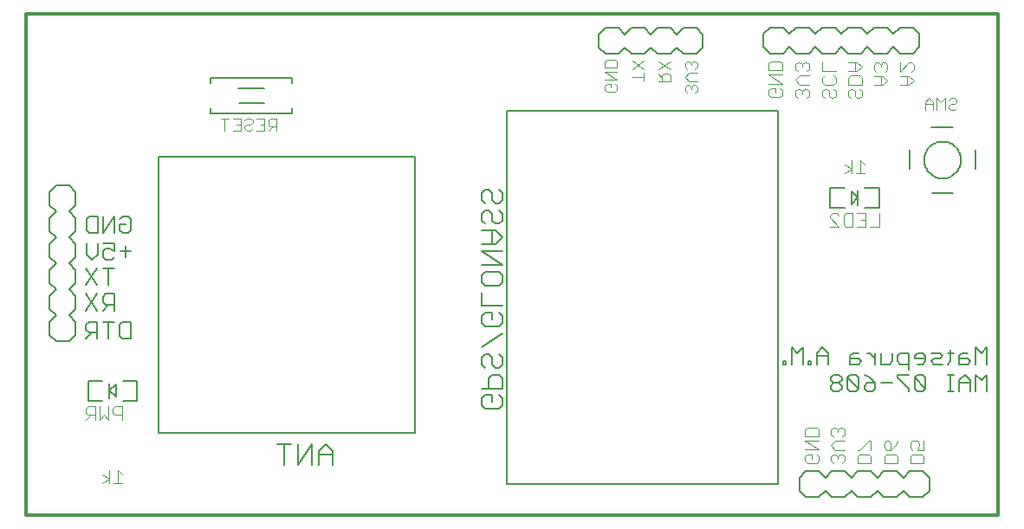
<source format=gbo>
G75*
%MOIN*%
%OFA0B0*%
%FSLAX24Y24*%
%IPPOS*%
%LPD*%
%AMOC8*
5,1,8,0,0,1.08239X$1,22.5*
%
%ADD10C,0.0040*%
%ADD11C,0.0060*%
%ADD12C,0.0120*%
%ADD13C,0.0080*%
%ADD14C,0.0050*%
%ADD15C,0.0070*%
D10*
X003096Y001372D02*
X003356Y001545D01*
X003096Y001719D01*
X003356Y001892D02*
X003356Y001372D01*
X003524Y001372D02*
X003871Y001372D01*
X003698Y001372D02*
X003698Y001892D01*
X003871Y001719D01*
X003855Y003827D02*
X003855Y004347D01*
X003595Y004347D01*
X003508Y004261D01*
X003508Y004087D01*
X003595Y004000D01*
X003855Y004000D01*
X003340Y003827D02*
X003340Y004347D01*
X002993Y004347D02*
X002993Y003827D01*
X003166Y004000D01*
X003340Y003827D01*
X002824Y003827D02*
X002824Y004347D01*
X002564Y004347D01*
X002477Y004261D01*
X002477Y004087D01*
X002564Y004000D01*
X002824Y004000D01*
X002651Y004000D02*
X002477Y003827D01*
X007806Y014960D02*
X007806Y015420D01*
X007653Y015420D02*
X007960Y015420D01*
X008113Y015420D02*
X008420Y015420D01*
X008420Y014960D01*
X008113Y014960D01*
X008267Y015190D02*
X008420Y015190D01*
X008574Y015113D02*
X008574Y015036D01*
X008650Y014960D01*
X008804Y014960D01*
X008881Y015036D01*
X009034Y014960D02*
X009341Y014960D01*
X009341Y015420D01*
X009034Y015420D01*
X008881Y015343D02*
X008881Y015266D01*
X008804Y015190D01*
X008650Y015190D01*
X008574Y015113D01*
X008574Y015343D02*
X008650Y015420D01*
X008804Y015420D01*
X008881Y015343D01*
X009188Y015190D02*
X009341Y015190D01*
X009494Y015190D02*
X009494Y015343D01*
X009571Y015420D01*
X009801Y015420D01*
X009801Y014960D01*
X009801Y015113D02*
X009571Y015113D01*
X009494Y015190D01*
X009648Y015113D02*
X009494Y014960D01*
X022439Y016527D02*
X022516Y016450D01*
X022823Y016450D01*
X022899Y016527D01*
X022899Y016680D01*
X022823Y016757D01*
X022669Y016757D02*
X022669Y016603D01*
X022669Y016757D02*
X022516Y016757D01*
X022439Y016680D01*
X022439Y016527D01*
X022439Y016910D02*
X022899Y016910D01*
X022439Y017217D01*
X022899Y017217D01*
X022899Y017371D02*
X022439Y017371D01*
X022439Y017601D01*
X022516Y017678D01*
X022823Y017678D01*
X022899Y017601D01*
X022899Y017371D01*
X023479Y017330D02*
X023939Y017637D01*
X023939Y017330D02*
X023479Y017637D01*
X023939Y017177D02*
X023939Y016870D01*
X023939Y017023D02*
X023479Y017023D01*
X024489Y017147D02*
X024642Y016993D01*
X024642Y017070D02*
X024642Y016840D01*
X024489Y016840D02*
X024949Y016840D01*
X024949Y017070D01*
X024873Y017147D01*
X024719Y017147D01*
X024642Y017070D01*
X024489Y017300D02*
X024949Y017607D01*
X024949Y017300D02*
X024489Y017607D01*
X025519Y017551D02*
X025519Y017398D01*
X025596Y017321D01*
X025672Y017167D02*
X025979Y017167D01*
X025903Y017321D02*
X025979Y017398D01*
X025979Y017551D01*
X025903Y017628D01*
X025826Y017628D01*
X025749Y017551D01*
X025672Y017628D01*
X025596Y017628D01*
X025519Y017551D01*
X025749Y017551D02*
X025749Y017474D01*
X025672Y017167D02*
X025519Y017014D01*
X025672Y016860D01*
X025979Y016860D01*
X025903Y016707D02*
X025826Y016707D01*
X025749Y016630D01*
X025672Y016707D01*
X025596Y016707D01*
X025519Y016630D01*
X025519Y016477D01*
X025596Y016400D01*
X025749Y016553D02*
X025749Y016630D01*
X025903Y016707D02*
X025979Y016630D01*
X025979Y016477D01*
X025903Y016400D01*
X028730Y016330D02*
X028817Y016243D01*
X029164Y016243D01*
X029250Y016330D01*
X029250Y016503D01*
X029164Y016590D01*
X028990Y016590D02*
X028990Y016417D01*
X028990Y016590D02*
X028817Y016590D01*
X028730Y016503D01*
X028730Y016330D01*
X028730Y016759D02*
X029250Y016759D01*
X028730Y017106D01*
X029250Y017106D01*
X029250Y017274D02*
X028730Y017274D01*
X028730Y017535D01*
X028817Y017621D01*
X029164Y017621D01*
X029250Y017535D01*
X029250Y017274D01*
X029771Y017328D02*
X029771Y017501D01*
X029858Y017588D01*
X029945Y017588D01*
X030031Y017501D01*
X030031Y017414D01*
X030031Y017501D02*
X030118Y017588D01*
X030205Y017588D01*
X030292Y017501D01*
X030292Y017328D01*
X030205Y017241D01*
X030292Y017072D02*
X029945Y017072D01*
X029771Y016899D01*
X029945Y016725D01*
X030292Y016725D01*
X030205Y016557D02*
X030118Y016557D01*
X030031Y016470D01*
X029945Y016557D01*
X029858Y016557D01*
X029771Y016470D01*
X029771Y016296D01*
X029858Y016210D01*
X030031Y016383D02*
X030031Y016470D01*
X030205Y016557D02*
X030292Y016470D01*
X030292Y016296D01*
X030205Y016210D01*
X030802Y016293D02*
X030889Y016206D01*
X030802Y016293D02*
X030802Y016466D01*
X030889Y016553D01*
X030976Y016553D01*
X031063Y016466D01*
X031063Y016293D01*
X031149Y016206D01*
X031236Y016206D01*
X031323Y016293D01*
X031323Y016466D01*
X031236Y016553D01*
X031236Y016722D02*
X030889Y016722D01*
X030802Y016808D01*
X030802Y016982D01*
X030889Y017069D01*
X030802Y017237D02*
X030802Y017584D01*
X030802Y017237D02*
X031323Y017237D01*
X031236Y017069D02*
X031323Y016982D01*
X031323Y016808D01*
X031236Y016722D01*
X031793Y016722D02*
X031793Y016982D01*
X031880Y017069D01*
X032227Y017069D01*
X032314Y016982D01*
X032314Y016722D01*
X031793Y016722D01*
X031880Y016553D02*
X031793Y016466D01*
X031793Y016293D01*
X031880Y016206D01*
X032054Y016293D02*
X032054Y016466D01*
X031967Y016553D01*
X031880Y016553D01*
X032054Y016293D02*
X032140Y016206D01*
X032227Y016206D01*
X032314Y016293D01*
X032314Y016466D01*
X032227Y016553D01*
X032791Y016712D02*
X033138Y016712D01*
X033311Y016885D01*
X033138Y017059D01*
X032791Y017059D01*
X032878Y017227D02*
X032791Y017314D01*
X032791Y017487D01*
X032878Y017574D01*
X032964Y017574D01*
X033051Y017487D01*
X033051Y017401D01*
X033051Y017487D02*
X033138Y017574D01*
X033225Y017574D01*
X033311Y017487D01*
X033311Y017314D01*
X033225Y017227D01*
X033051Y017059D02*
X033051Y016712D01*
X033792Y016712D02*
X034139Y016712D01*
X034312Y016885D01*
X034139Y017059D01*
X033792Y017059D01*
X033792Y017227D02*
X034139Y017574D01*
X034226Y017574D01*
X034312Y017487D01*
X034312Y017314D01*
X034226Y017227D01*
X034052Y017059D02*
X034052Y016712D01*
X033792Y017227D02*
X033792Y017574D01*
X032314Y017411D02*
X032140Y017237D01*
X031793Y017237D01*
X032054Y017237D02*
X032054Y017584D01*
X032140Y017584D02*
X031793Y017584D01*
X032140Y017584D02*
X032314Y017411D01*
X029858Y017241D02*
X029771Y017328D01*
X034749Y016047D02*
X034749Y015740D01*
X034749Y015970D02*
X035055Y015970D01*
X035055Y016047D02*
X034902Y016200D01*
X034749Y016047D01*
X035055Y016047D02*
X035055Y015740D01*
X035209Y015740D02*
X035209Y016200D01*
X035362Y016047D01*
X035516Y016200D01*
X035516Y015740D01*
X035669Y015817D02*
X035746Y015740D01*
X035899Y015740D01*
X035976Y015817D01*
X035899Y015970D02*
X035746Y015970D01*
X035669Y015893D01*
X035669Y015817D01*
X035899Y015970D02*
X035976Y016047D01*
X035976Y016124D01*
X035899Y016200D01*
X035746Y016200D01*
X035669Y016124D01*
X032440Y013655D02*
X032266Y013829D01*
X032266Y013308D01*
X032093Y013308D02*
X032440Y013308D01*
X031924Y013308D02*
X031924Y013829D01*
X031664Y013655D02*
X031924Y013482D01*
X031664Y013308D01*
X031701Y011775D02*
X031961Y011775D01*
X031961Y011255D01*
X031701Y011255D01*
X031614Y011341D01*
X031614Y011688D01*
X031701Y011775D01*
X031445Y011688D02*
X031359Y011775D01*
X031185Y011775D01*
X031098Y011688D01*
X031098Y011602D01*
X031445Y011255D01*
X031098Y011255D01*
X032130Y011255D02*
X032477Y011255D01*
X032477Y011775D01*
X032130Y011775D01*
X032303Y011515D02*
X032477Y011515D01*
X032645Y011255D02*
X032992Y011255D01*
X032992Y011775D01*
X031570Y003525D02*
X031483Y003525D01*
X031396Y003438D01*
X031310Y003525D01*
X031223Y003525D01*
X031136Y003438D01*
X031136Y003264D01*
X031223Y003178D01*
X031310Y003009D02*
X031657Y003009D01*
X031570Y003178D02*
X031657Y003264D01*
X031657Y003438D01*
X031570Y003525D01*
X031396Y003438D02*
X031396Y003351D01*
X031310Y003009D02*
X031136Y002836D01*
X031310Y002662D01*
X031657Y002662D01*
X031570Y002493D02*
X031483Y002493D01*
X031396Y002407D01*
X031310Y002493D01*
X031223Y002493D01*
X031136Y002407D01*
X031136Y002233D01*
X031223Y002146D01*
X031396Y002320D02*
X031396Y002407D01*
X031570Y002493D02*
X031657Y002407D01*
X031657Y002233D01*
X031570Y002146D01*
X032147Y002148D02*
X032147Y002409D01*
X032234Y002495D01*
X032581Y002495D01*
X032668Y002409D01*
X032668Y002148D01*
X032147Y002148D01*
X033185Y002148D02*
X033185Y002409D01*
X033271Y002495D01*
X033618Y002495D01*
X033705Y002409D01*
X033705Y002148D01*
X033185Y002148D01*
X033271Y002664D02*
X033185Y002751D01*
X033185Y002924D01*
X033271Y003011D01*
X033358Y003011D01*
X033445Y002924D01*
X033445Y002664D01*
X033271Y002664D01*
X033445Y002664D02*
X033618Y002837D01*
X033705Y003011D01*
X034186Y002924D02*
X034186Y002751D01*
X034272Y002664D01*
X034272Y002495D02*
X034619Y002495D01*
X034706Y002409D01*
X034706Y002148D01*
X034186Y002148D01*
X034186Y002409D01*
X034272Y002495D01*
X034446Y002664D02*
X034533Y002837D01*
X034533Y002924D01*
X034446Y003011D01*
X034272Y003011D01*
X034186Y002924D01*
X034446Y002664D02*
X034706Y002664D01*
X034706Y003011D01*
X032668Y003011D02*
X032668Y002664D01*
X032581Y003011D02*
X032234Y002664D01*
X032147Y002664D01*
X032581Y003011D02*
X032668Y003011D01*
X030665Y003013D02*
X030145Y003013D01*
X030665Y002666D01*
X030145Y002666D01*
X030232Y002497D02*
X030145Y002410D01*
X030145Y002237D01*
X030232Y002150D01*
X030579Y002150D01*
X030665Y002237D01*
X030665Y002410D01*
X030579Y002497D01*
X030405Y002497D02*
X030405Y002324D01*
X030405Y002497D02*
X030232Y002497D01*
X030145Y003181D02*
X030145Y003442D01*
X030232Y003528D01*
X030579Y003528D01*
X030665Y003442D01*
X030665Y003181D01*
X030145Y003181D01*
D11*
X031232Y004914D02*
X031445Y004914D01*
X031552Y005021D01*
X031552Y005128D01*
X031445Y005235D01*
X031232Y005235D01*
X031125Y005128D01*
X031125Y005021D01*
X031232Y004914D01*
X031232Y005235D02*
X031125Y005341D01*
X031125Y005448D01*
X031232Y005555D01*
X031445Y005555D01*
X031552Y005448D01*
X031552Y005341D01*
X031445Y005235D01*
X031769Y005448D02*
X031769Y005021D01*
X031876Y004914D01*
X032090Y004914D01*
X032196Y005021D01*
X031769Y005448D01*
X031876Y005555D01*
X032090Y005555D01*
X032196Y005448D01*
X032196Y005021D01*
X032414Y005021D02*
X032414Y005128D01*
X032521Y005235D01*
X032841Y005235D01*
X032841Y005021D01*
X032734Y004914D01*
X032521Y004914D01*
X032414Y005021D01*
X032627Y005448D02*
X032841Y005235D01*
X033058Y005235D02*
X033485Y005235D01*
X033703Y005448D02*
X034130Y005021D01*
X034130Y004914D01*
X034347Y005021D02*
X034454Y004914D01*
X034668Y004914D01*
X034775Y005021D01*
X034347Y005448D01*
X034347Y005021D01*
X034775Y005021D02*
X034775Y005448D01*
X034668Y005555D01*
X034454Y005555D01*
X034347Y005448D01*
X034130Y005555D02*
X033703Y005555D01*
X033703Y005448D01*
X034130Y005751D02*
X034130Y006391D01*
X033810Y006391D01*
X033703Y006285D01*
X033703Y006071D01*
X033810Y005964D01*
X034130Y005964D01*
X034347Y006178D02*
X034775Y006178D01*
X034775Y006285D02*
X034668Y006391D01*
X034454Y006391D01*
X034347Y006285D01*
X034347Y006178D01*
X034454Y005964D02*
X034668Y005964D01*
X034775Y006071D01*
X034775Y006285D01*
X034992Y006391D02*
X035312Y006391D01*
X035419Y006285D01*
X035312Y006178D01*
X035099Y006178D01*
X034992Y006071D01*
X035099Y005964D01*
X035419Y005964D01*
X035635Y005964D02*
X035742Y006071D01*
X035742Y006498D01*
X035849Y006391D02*
X035635Y006391D01*
X036066Y006285D02*
X036066Y005964D01*
X036387Y005964D01*
X036493Y006071D01*
X036387Y006178D01*
X036066Y006178D01*
X036066Y006285D02*
X036173Y006391D01*
X036387Y006391D01*
X036711Y006605D02*
X036711Y005964D01*
X037138Y005964D02*
X037138Y006605D01*
X036924Y006391D01*
X036711Y006605D01*
X036711Y005555D02*
X036711Y004914D01*
X036493Y004914D02*
X036493Y005341D01*
X036280Y005555D01*
X036066Y005341D01*
X036066Y004914D01*
X035849Y004914D02*
X035635Y004914D01*
X035742Y004914D02*
X035742Y005555D01*
X035849Y005555D02*
X035635Y005555D01*
X036066Y005235D02*
X036493Y005235D01*
X036711Y005555D02*
X036924Y005341D01*
X037138Y005555D01*
X037138Y004914D01*
X033485Y006071D02*
X033379Y005964D01*
X033058Y005964D01*
X033058Y006391D01*
X032841Y006391D02*
X032841Y005964D01*
X032841Y006178D02*
X032627Y006391D01*
X032521Y006391D01*
X032197Y006391D02*
X031983Y006391D01*
X031877Y006285D01*
X031877Y005964D01*
X032197Y005964D01*
X032304Y006071D01*
X032197Y006178D01*
X031877Y006178D01*
X031015Y006285D02*
X030588Y006285D01*
X030588Y006391D02*
X030588Y005964D01*
X030370Y005964D02*
X030263Y005964D01*
X030263Y006071D01*
X030370Y006071D01*
X030370Y005964D01*
X030048Y005964D02*
X030048Y006605D01*
X029834Y006391D01*
X029621Y006605D01*
X029621Y005964D01*
X029403Y005964D02*
X029297Y005964D01*
X029297Y006071D01*
X029403Y006071D01*
X029403Y005964D01*
X030588Y006391D02*
X030801Y006605D01*
X031015Y006391D01*
X031015Y005964D01*
X032414Y005555D02*
X032627Y005448D01*
X033485Y006071D02*
X033485Y006391D01*
X004191Y006953D02*
X003870Y006953D01*
X003764Y007060D01*
X003764Y007487D01*
X003870Y007593D01*
X004191Y007593D01*
X004191Y006953D01*
X003333Y006953D02*
X003333Y007593D01*
X003546Y007593D02*
X003119Y007593D01*
X002902Y007593D02*
X002581Y007593D01*
X002475Y007487D01*
X002475Y007273D01*
X002581Y007166D01*
X002902Y007166D01*
X002902Y006953D02*
X002902Y007593D01*
X002904Y008030D02*
X002477Y008671D01*
X002477Y009010D02*
X002904Y009651D01*
X003122Y009651D02*
X003549Y009651D01*
X003335Y009651D02*
X003335Y009010D01*
X003229Y008671D02*
X003122Y008564D01*
X003122Y008350D01*
X003229Y008244D01*
X003549Y008244D01*
X003335Y008244D02*
X003122Y008030D01*
X003549Y008030D02*
X003549Y008671D01*
X003229Y008671D01*
X002904Y008671D02*
X002477Y008030D01*
X002688Y007166D02*
X002475Y006953D01*
X002904Y009010D02*
X002477Y009651D01*
X002706Y009980D02*
X002493Y010194D01*
X002493Y010621D01*
X002920Y010621D02*
X002920Y010194D01*
X002706Y009980D01*
X003137Y010087D02*
X003244Y009980D01*
X003458Y009980D01*
X003564Y010087D01*
X003564Y010300D02*
X003351Y010407D01*
X003244Y010407D01*
X003137Y010300D01*
X003137Y010087D01*
X003564Y010300D02*
X003564Y010621D01*
X003137Y010621D01*
X003134Y011023D02*
X003134Y011663D01*
X002916Y011663D02*
X002596Y011663D01*
X002489Y011556D01*
X002489Y011129D01*
X002596Y011023D01*
X002916Y011023D01*
X002916Y011663D01*
X003561Y011663D02*
X003134Y011023D01*
X003561Y011023D02*
X003561Y011663D01*
X003778Y011556D02*
X003885Y011663D01*
X004098Y011663D01*
X004205Y011556D01*
X004205Y011129D01*
X004098Y011023D01*
X003885Y011023D01*
X003778Y011129D01*
X003778Y011343D01*
X003992Y011343D01*
X003995Y010514D02*
X003995Y010087D01*
X004209Y010300D02*
X003782Y010300D01*
D12*
X000160Y000160D02*
X037562Y000160D01*
X037562Y019451D01*
X000160Y019451D01*
X000160Y000160D01*
D13*
X002550Y004543D02*
X003102Y004543D01*
X003377Y004661D02*
X003377Y004937D01*
X003613Y004701D01*
X003613Y005173D01*
X003377Y004937D01*
X003377Y005213D01*
X003102Y005331D02*
X002550Y005331D01*
X002550Y004543D01*
X003889Y004543D02*
X004440Y004543D01*
X004440Y005331D01*
X003889Y005331D01*
X002065Y007090D02*
X001815Y006840D01*
X001315Y006840D01*
X001065Y007090D01*
X001065Y007590D01*
X001315Y007840D01*
X001065Y008090D01*
X001065Y008590D01*
X001315Y008840D01*
X001065Y009090D01*
X001065Y009590D01*
X001315Y009840D01*
X001065Y010090D01*
X001065Y010590D01*
X001315Y010840D01*
X001065Y011090D01*
X001065Y011590D01*
X001315Y011840D01*
X001065Y012090D01*
X001065Y012590D01*
X001315Y012840D01*
X001815Y012840D01*
X002065Y012590D01*
X002065Y012090D01*
X001815Y011840D01*
X002065Y011590D01*
X002065Y011090D01*
X001815Y010840D01*
X002065Y010590D01*
X002065Y010090D01*
X001815Y009840D01*
X002065Y009590D01*
X002065Y009090D01*
X001815Y008840D01*
X002065Y008590D01*
X002065Y008090D01*
X001815Y007840D01*
X002065Y007590D01*
X002065Y007090D01*
X007247Y015613D02*
X010396Y015613D01*
X010396Y015810D01*
X009314Y016006D02*
X008349Y016006D01*
X008329Y016597D02*
X009314Y016597D01*
X010396Y016794D02*
X010396Y016991D01*
X007247Y016991D01*
X007247Y016794D01*
X007247Y015810D02*
X007247Y015613D01*
X022196Y018150D02*
X022446Y017900D01*
X022946Y017900D01*
X023196Y018150D01*
X023446Y017900D01*
X023946Y017900D01*
X024196Y018150D01*
X024446Y017900D01*
X024946Y017900D01*
X025196Y018150D01*
X025446Y017900D01*
X025946Y017900D01*
X026196Y018150D01*
X026196Y018650D01*
X025946Y018900D01*
X025446Y018900D01*
X025196Y018650D01*
X024946Y018900D01*
X024446Y018900D01*
X024196Y018650D01*
X023946Y018900D01*
X023446Y018900D01*
X023196Y018650D01*
X022946Y018900D01*
X022446Y018900D01*
X022196Y018650D01*
X022196Y018150D01*
X028532Y018165D02*
X028532Y018665D01*
X028782Y018915D01*
X029282Y018915D01*
X029532Y018665D01*
X029782Y018915D01*
X030282Y018915D01*
X030532Y018665D01*
X030782Y018915D01*
X031282Y018915D01*
X031532Y018665D01*
X031782Y018915D01*
X032282Y018915D01*
X032532Y018665D01*
X032782Y018915D01*
X033282Y018915D01*
X033532Y018665D01*
X033782Y018915D01*
X034282Y018915D01*
X034532Y018665D01*
X034532Y018165D01*
X034282Y017915D01*
X033782Y017915D01*
X033532Y018165D01*
X033282Y017915D01*
X032782Y017915D01*
X032532Y018165D01*
X032282Y017915D01*
X031782Y017915D01*
X031532Y018165D01*
X031282Y017915D01*
X030782Y017915D01*
X030532Y018165D01*
X030282Y017915D01*
X029782Y017915D01*
X029532Y018165D01*
X029282Y017915D01*
X028782Y017915D01*
X028532Y018165D01*
X034995Y015081D02*
X035821Y015081D01*
X036688Y014215D02*
X036688Y013467D01*
X035821Y012562D02*
X035034Y012562D01*
X034168Y013467D02*
X034168Y014215D01*
X034719Y013821D02*
X034721Y013874D01*
X034727Y013927D01*
X034737Y013979D01*
X034750Y014030D01*
X034768Y014080D01*
X034789Y014129D01*
X034814Y014176D01*
X034842Y014220D01*
X034874Y014263D01*
X034908Y014303D01*
X034946Y014341D01*
X034986Y014375D01*
X035029Y014407D01*
X035074Y014435D01*
X035120Y014460D01*
X035169Y014481D01*
X035219Y014499D01*
X035270Y014512D01*
X035322Y014522D01*
X035375Y014528D01*
X035428Y014530D01*
X035481Y014528D01*
X035534Y014522D01*
X035586Y014512D01*
X035637Y014499D01*
X035687Y014481D01*
X035736Y014460D01*
X035783Y014435D01*
X035827Y014407D01*
X035870Y014375D01*
X035910Y014341D01*
X035948Y014303D01*
X035982Y014263D01*
X036014Y014220D01*
X036042Y014175D01*
X036067Y014129D01*
X036088Y014080D01*
X036106Y014030D01*
X036119Y013979D01*
X036129Y013927D01*
X036135Y013874D01*
X036137Y013821D01*
X036135Y013768D01*
X036129Y013715D01*
X036119Y013663D01*
X036106Y013612D01*
X036088Y013562D01*
X036067Y013513D01*
X036042Y013466D01*
X036014Y013422D01*
X035982Y013379D01*
X035948Y013339D01*
X035910Y013301D01*
X035870Y013267D01*
X035827Y013235D01*
X035782Y013207D01*
X035736Y013182D01*
X035687Y013161D01*
X035637Y013143D01*
X035586Y013130D01*
X035534Y013120D01*
X035481Y013114D01*
X035428Y013112D01*
X035375Y013114D01*
X035322Y013120D01*
X035270Y013130D01*
X035219Y013143D01*
X035169Y013161D01*
X035120Y013182D01*
X035073Y013207D01*
X035029Y013235D01*
X034986Y013267D01*
X034946Y013301D01*
X034908Y013339D01*
X034874Y013379D01*
X034842Y013422D01*
X034814Y013467D01*
X034789Y013513D01*
X034768Y013562D01*
X034750Y013612D01*
X034737Y013663D01*
X034727Y013715D01*
X034721Y013768D01*
X034719Y013821D01*
X032995Y012758D02*
X032443Y012758D01*
X032168Y012640D02*
X032168Y012365D01*
X031932Y012601D01*
X031932Y012129D01*
X032168Y012365D01*
X032168Y012089D01*
X032443Y011971D02*
X032995Y011971D01*
X032995Y012758D01*
X031656Y012758D02*
X031105Y012758D01*
X031105Y011971D01*
X031656Y011971D01*
X031662Y001841D02*
X031162Y001841D01*
X030912Y001591D01*
X030662Y001841D01*
X030162Y001841D01*
X029912Y001591D01*
X029912Y001091D01*
X030162Y000841D01*
X030662Y000841D01*
X030912Y001091D01*
X031162Y000841D01*
X031662Y000841D01*
X031912Y001091D01*
X032162Y000841D01*
X032662Y000841D01*
X032912Y001091D01*
X033162Y000841D01*
X033662Y000841D01*
X033912Y001091D01*
X034162Y000841D01*
X034662Y000841D01*
X034912Y001091D01*
X034912Y001591D01*
X034662Y001841D01*
X034162Y001841D01*
X033912Y001591D01*
X033662Y001841D01*
X033162Y001841D01*
X032912Y001591D01*
X032662Y001841D01*
X032162Y001841D01*
X031912Y001591D01*
X031662Y001841D01*
D14*
X029094Y001341D02*
X029094Y015708D01*
X018664Y015708D01*
X018664Y001341D01*
X029094Y001341D01*
X015121Y003310D02*
X015121Y013940D01*
X005278Y013940D01*
X005278Y003310D01*
X015121Y003310D01*
D15*
X017691Y004370D02*
X017691Y004634D01*
X017823Y004765D01*
X018086Y004765D01*
X018086Y004502D01*
X017823Y004238D02*
X017691Y004370D01*
X017823Y004238D02*
X018350Y004238D01*
X018482Y004370D01*
X018482Y004634D01*
X018350Y004765D01*
X018482Y005030D02*
X018482Y005426D01*
X018350Y005557D01*
X018086Y005557D01*
X017955Y005426D01*
X017955Y005030D01*
X017691Y005030D02*
X018482Y005030D01*
X018350Y005822D02*
X018218Y005822D01*
X018086Y005954D01*
X018086Y006217D01*
X017955Y006349D01*
X017823Y006349D01*
X017691Y006217D01*
X017691Y005954D01*
X017823Y005822D01*
X018350Y005822D02*
X018482Y005954D01*
X018482Y006217D01*
X018350Y006349D01*
X017691Y006614D02*
X018482Y007141D01*
X018350Y007406D02*
X017823Y007406D01*
X017691Y007538D01*
X017691Y007801D01*
X017823Y007933D01*
X018086Y007933D01*
X018086Y007669D01*
X018350Y007406D02*
X018482Y007538D01*
X018482Y007801D01*
X018350Y007933D01*
X018482Y008198D02*
X017691Y008198D01*
X017691Y008725D01*
X017823Y008990D02*
X017691Y009121D01*
X017691Y009385D01*
X017823Y009517D01*
X018350Y009517D01*
X018482Y009385D01*
X018482Y009121D01*
X018350Y008990D01*
X017823Y008990D01*
X017691Y009781D02*
X018482Y009781D01*
X017691Y010309D01*
X018482Y010309D01*
X018218Y010573D02*
X018482Y010837D01*
X018218Y011100D01*
X017691Y011100D01*
X017823Y011365D02*
X017691Y011497D01*
X017691Y011761D01*
X017823Y011892D01*
X017955Y011892D01*
X018086Y011761D01*
X018086Y011497D01*
X018218Y011365D01*
X018350Y011365D01*
X018482Y011497D01*
X018482Y011761D01*
X018350Y011892D01*
X018350Y012157D02*
X018218Y012157D01*
X018086Y012289D01*
X018086Y012552D01*
X017955Y012684D01*
X017823Y012684D01*
X017691Y012552D01*
X017691Y012289D01*
X017823Y012157D01*
X018350Y012157D02*
X018482Y012289D01*
X018482Y012552D01*
X018350Y012684D01*
X018086Y011100D02*
X018086Y010573D01*
X018218Y010573D02*
X017691Y010573D01*
X011686Y002882D02*
X011422Y002618D01*
X011422Y002091D01*
X011158Y002091D02*
X011158Y002882D01*
X010630Y002091D01*
X010630Y002882D01*
X010366Y002882D02*
X009839Y002882D01*
X010102Y002882D02*
X010102Y002091D01*
X011422Y002486D02*
X011949Y002486D01*
X011949Y002618D02*
X011686Y002882D01*
X011949Y002618D02*
X011949Y002091D01*
M02*

</source>
